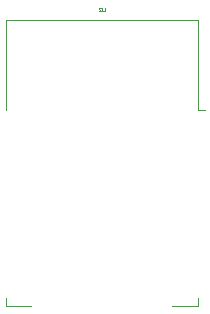
<source format=gbr>
%TF.GenerationSoftware,Flux,Pcbnew,7.0.11-7.0.11~ubuntu20.04.1*%
%TF.CreationDate,2024-08-15T16:12:26+00:00*%
%TF.ProjectId,input,696e7075-742e-46b6-9963-61645f706362,rev?*%
%TF.SameCoordinates,Original*%
%TF.FileFunction,Legend,Bot*%
%TF.FilePolarity,Positive*%
%FSLAX46Y46*%
G04 Gerber Fmt 4.6, Leading zero omitted, Abs format (unit mm)*
G04 Filename: businesscardpcb*
G04 Build it with Flux! Visit our site at: https://www.flux.ai (PCBNEW 7.0.11-7.0.11~ubuntu20.04.1) date 2024-08-15 16:12:26*
%MOMM*%
%LPD*%
G01*
G04 APERTURE LIST*
%ADD10C,0.095000*%
%ADD11C,0.038000*%
%ADD12C,0.120000*%
G04 APERTURE END LIST*
D10*
D11*
X31534009Y864337D02*
X31534009Y605290D01*
X31534009Y605290D02*
X31518771Y574814D01*
X31518771Y574814D02*
X31503533Y559576D01*
X31503533Y559576D02*
X31473057Y544337D01*
X31473057Y544337D02*
X31412104Y544337D01*
X31412104Y544337D02*
X31381628Y559576D01*
X31381628Y559576D02*
X31366390Y574814D01*
X31366390Y574814D02*
X31351152Y605290D01*
X31351152Y605290D02*
X31351152Y864337D01*
X31214009Y833861D02*
X31198771Y849099D01*
X31198771Y849099D02*
X31168295Y864337D01*
X31168295Y864337D02*
X31092104Y864337D01*
X31092104Y864337D02*
X31061628Y849099D01*
X31061628Y849099D02*
X31046390Y833861D01*
X31046390Y833861D02*
X31031152Y803385D01*
X31031152Y803385D02*
X31031152Y772909D01*
X31031152Y772909D02*
X31046390Y727195D01*
X31046390Y727195D02*
X31229247Y544337D01*
X31229247Y544337D02*
X31031152Y544337D01*
D12*
%TO.C,*%
X39410200Y-139600D02*
X23170200Y-139600D01*
X23170200Y-139600D02*
X23170200Y-7759600D01*
X23170200Y-23759600D02*
X23170200Y-24379600D01*
X23170200Y-24379600D02*
X25290200Y-24379600D01*
X37290200Y-24379600D02*
X39410200Y-24379600D01*
X39410200Y-24379600D02*
X39410200Y-23759600D01*
X39410200Y-7759600D02*
X39410200Y-139600D01*
X39410200Y-7759600D02*
X40020200Y-7759600D01*
X39410200Y-139600D02*
X23170200Y-139600D01*
X23170200Y-139600D02*
X23170200Y-7459600D01*
X39410200Y-7459600D02*
X39410200Y-139600D01*
%TD*%
M02*

</source>
